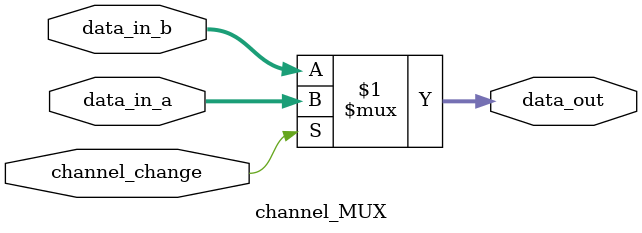
<source format=v>
module channel_MUX(
						data_in_a,data_in_b,
						channel_change,
						data_out
						);
input [7:0]data_in_a;
input [7:0]data_in_b;
input channel_change;

output [7:0]data_out;

wire [7:0]data_out;

assign data_out=(channel_change)?  (data_in_a): (data_in_b);


endmodule


</source>
